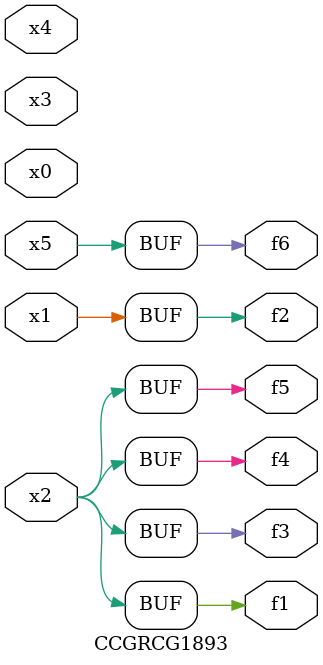
<source format=v>
module CCGRCG1893(
	input x0, x1, x2, x3, x4, x5,
	output f1, f2, f3, f4, f5, f6
);
	assign f1 = x2;
	assign f2 = x1;
	assign f3 = x2;
	assign f4 = x2;
	assign f5 = x2;
	assign f6 = x5;
endmodule

</source>
